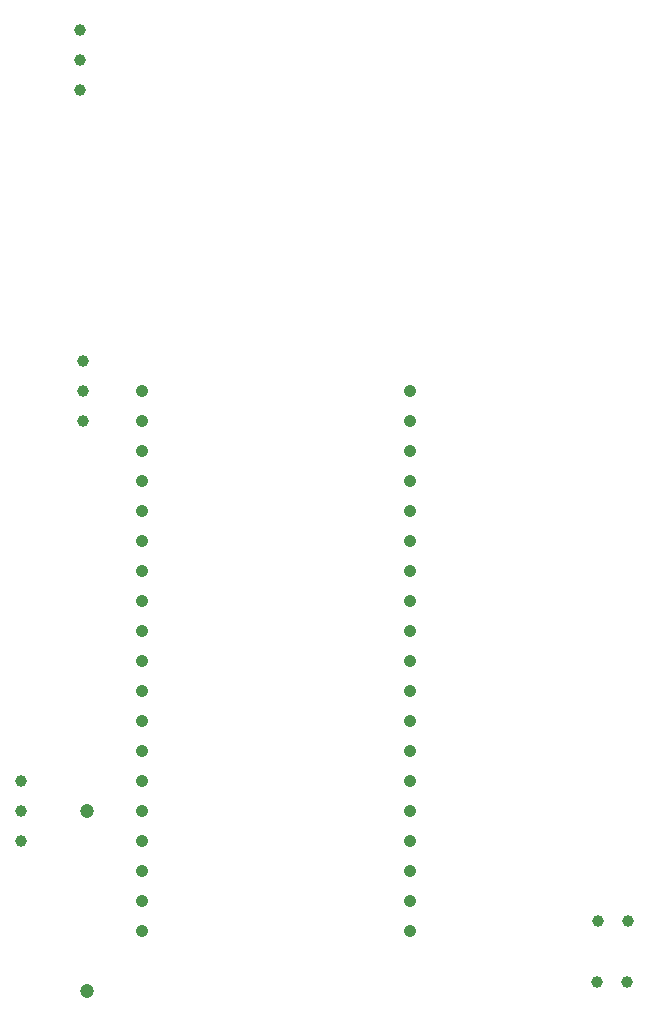
<source format=gbr>
%TF.GenerationSoftware,KiCad,Pcbnew,8.0.1*%
%TF.CreationDate,2024-04-10T08:00:52+05:30*%
%TF.ProjectId,AquaSense,41717561-5365-46e7-9365-2e6b69636164,V 1.0*%
%TF.SameCoordinates,Original*%
%TF.FileFunction,Plated,1,2,PTH,Drill*%
%TF.FilePolarity,Positive*%
%FSLAX46Y46*%
G04 Gerber Fmt 4.6, Leading zero omitted, Abs format (unit mm)*
G04 Created by KiCad (PCBNEW 8.0.1) date 2024-04-10 08:00:52*
%MOMM*%
%LPD*%
G01*
G04 APERTURE LIST*
%TA.AperFunction,ComponentDrill*%
%ADD10C,1.000000*%
%TD*%
%TA.AperFunction,ComponentDrill*%
%ADD11C,1.040000*%
%TD*%
%TA.AperFunction,ComponentDrill*%
%ADD12C,1.200000*%
%TD*%
G04 APERTURE END LIST*
D10*
%TO.C,J2*%
X39119000Y-121585000D03*
X39119000Y-124125000D03*
X39119000Y-126665000D03*
%TO.C,J5*%
X44072000Y-58005000D03*
X44072000Y-60545000D03*
X44072000Y-63085000D03*
%TO.C,J1*%
X44326000Y-86025000D03*
X44326000Y-88565000D03*
X44326000Y-91105000D03*
%TO.C,J4*%
X87818000Y-138622000D03*
%TO.C,J3*%
X87908000Y-133442000D03*
%TO.C,J4*%
X90358000Y-138622000D03*
%TO.C,J3*%
X90448000Y-133442000D03*
D11*
%TO.C,U1*%
X49342000Y-88565000D03*
X49342000Y-91105000D03*
X49342000Y-93645000D03*
X49342000Y-96185000D03*
X49342000Y-98725000D03*
X49342000Y-101265000D03*
X49342000Y-103805000D03*
X49342000Y-106345000D03*
X49342000Y-108885000D03*
X49342000Y-111425000D03*
X49342000Y-113965000D03*
X49342000Y-116505000D03*
X49342000Y-119045000D03*
X49342000Y-121585000D03*
X49342000Y-124125000D03*
X49342000Y-126665000D03*
X49342000Y-129205000D03*
X49342000Y-131745000D03*
X49342000Y-134285000D03*
X72012000Y-88565000D03*
X72012000Y-91105000D03*
X72012000Y-93645000D03*
X72012000Y-96185000D03*
X72012000Y-98725000D03*
X72012000Y-101265000D03*
X72012000Y-103805000D03*
X72012000Y-106345000D03*
X72012000Y-108885000D03*
X72012000Y-111425000D03*
X72012000Y-113965000D03*
X72012000Y-116505000D03*
X72012000Y-119045000D03*
X72012000Y-121585000D03*
X72012000Y-124125000D03*
X72012000Y-126665000D03*
X72012000Y-129205000D03*
X72012000Y-131745000D03*
X72012000Y-134285000D03*
D12*
%TO.C,R1*%
X44707000Y-124125000D03*
X44707000Y-139365000D03*
M02*

</source>
